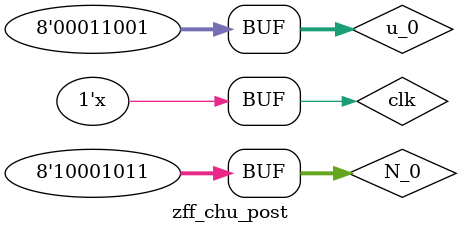
<source format=v>
`timescale 1ns / 1ps
module zff_chu_post(
    );
    
   reg [7:0]N_0;
  reg clk;
  wire [31:0]m_axis_dout_tdata_0;
  wire m_axis_dout_tvalid_0;
  reg [7:0]u_0;

 design_3_wrapper
    in9 (.N_0(N_0),
    .clk_0(clk),
    .m_axis_dout_tdata_0(m_axis_dout_tdata_0),
    .m_axis_dout_tvalid_0(m_axis_dout_tvalid_0),
    .u_0(u_0));

always #5 clk=~clk;

initial
begin 
clk=0;
N_0=139;
u_0=25;
end
endmodule

</source>
